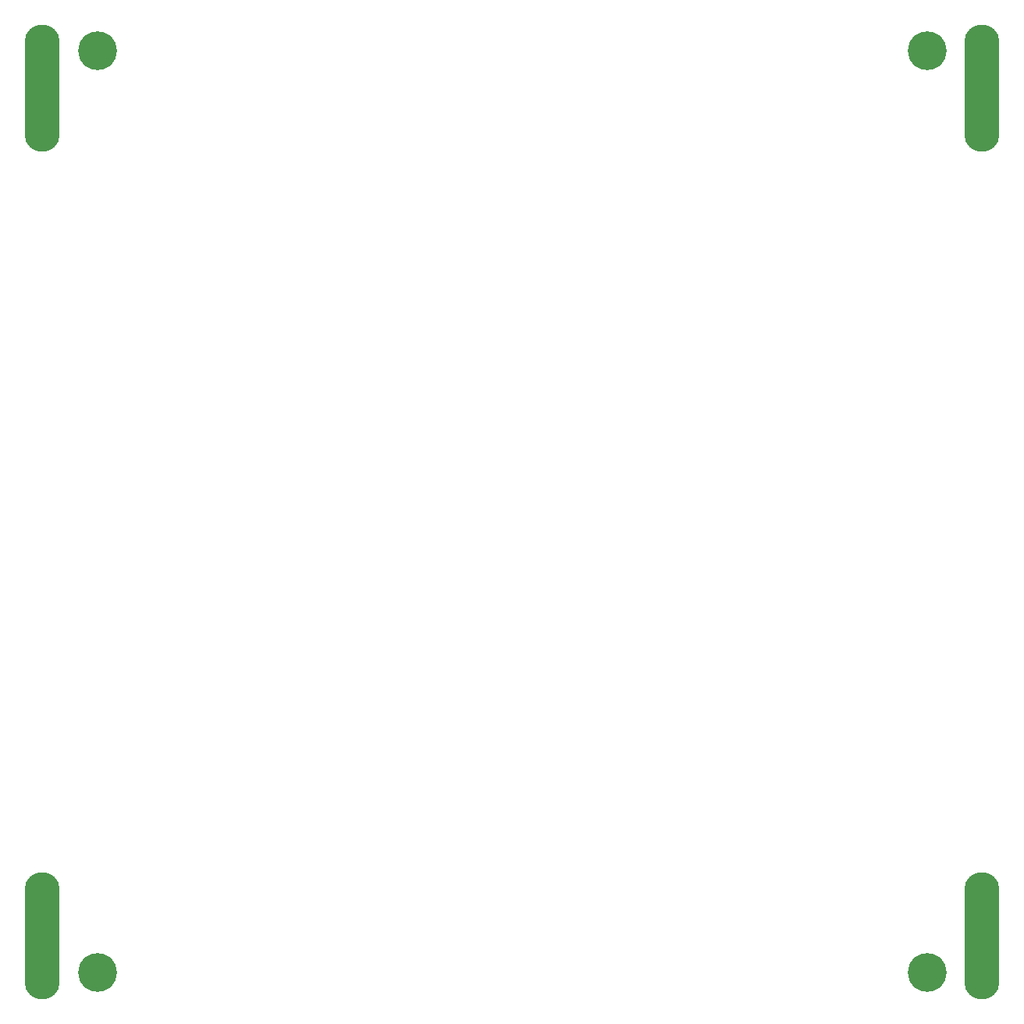
<source format=gbs>
G04*
G04 #@! TF.GenerationSoftware,Altium Limited,Altium Designer,25.5.2 (35)*
G04*
G04 Layer_Color=16711935*
%FSLAX44Y44*%
%MOMM*%
G71*
G04*
G04 #@! TF.SameCoordinates,8A654A5C-3E12-430A-ABCF-1B3DB706FCA7*
G04*
G04*
G04 #@! TF.FilePolarity,Negative*
G04*
G01*
G75*
%ADD10O,3.8032X13.8032*%
%ADD11C,4.2032*%
D10*
X-510000Y-460000D02*
D03*
X510000D02*
D03*
Y460000D02*
D03*
X-510000D02*
D03*
D11*
X-450000Y-500000D02*
D03*
X450000D02*
D03*
Y500000D02*
D03*
X-450000D02*
D03*
M02*

</source>
